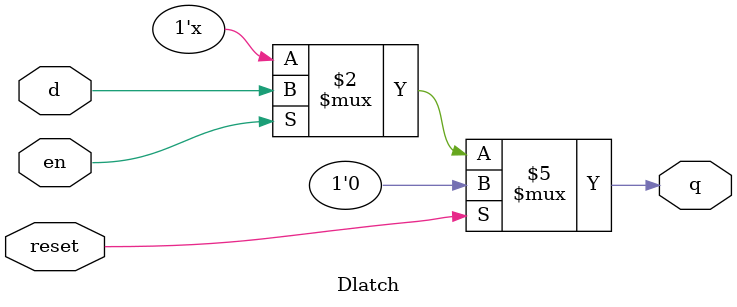
<source format=v>
module Dlatch(en,reset,d,q);

input en;
input reset;
input d;

output reg q;

      always @(en,reset,d)
       begin
		  if(reset)
		  q<=0;
		   else if(en)
		   q<=d;
			
		

end
endmodule


</source>
